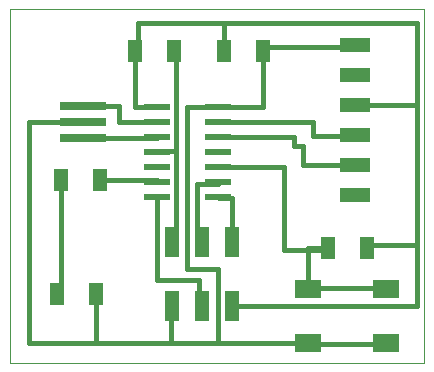
<source format=gtl>
G75*
%MOIN*%
%OFA0B0*%
%FSLAX25Y25*%
%IPPOS*%
%LPD*%
%AMOC8*
5,1,8,0,0,1.08239X$1,22.5*
%
%ADD10C,0.00000*%
%ADD11R,0.08700X0.02400*%
%ADD12R,0.10000X0.05000*%
%ADD13R,0.05000X0.10000*%
%ADD14R,0.15354X0.03150*%
%ADD15R,0.05000X0.07500*%
%ADD16R,0.09000X0.06000*%
%ADD17C,0.01000*%
%ADD18C,0.01600*%
D10*
X0001000Y0001000D02*
X0001000Y0119110D01*
X0138795Y0119110D01*
X0138795Y0001000D01*
X0001000Y0001000D01*
D11*
X0049884Y0056512D03*
X0049884Y0061512D03*
X0049884Y0066512D03*
X0049884Y0071512D03*
X0049884Y0076512D03*
X0049884Y0081512D03*
X0049884Y0086512D03*
X0070384Y0086512D03*
X0070384Y0081512D03*
X0070384Y0076512D03*
X0070384Y0071512D03*
X0070384Y0066512D03*
X0070384Y0061512D03*
X0070384Y0056512D03*
D12*
X0115882Y0056984D03*
X0115882Y0066984D03*
X0115882Y0076984D03*
X0115882Y0086984D03*
X0115882Y0096984D03*
X0115882Y0106984D03*
D13*
X0074858Y0041512D03*
X0064858Y0041512D03*
X0054858Y0041512D03*
X0054858Y0020016D03*
X0064858Y0020016D03*
X0074858Y0020016D03*
D14*
X0025134Y0075921D03*
X0025134Y0081236D03*
X0025134Y0086551D03*
D15*
X0042531Y0104937D03*
X0055531Y0104937D03*
X0072059Y0104937D03*
X0085059Y0104937D03*
X0031043Y0061984D03*
X0018043Y0061984D03*
X0016469Y0023992D03*
X0029469Y0023992D03*
X0106862Y0039543D03*
X0119862Y0039543D03*
D16*
X0126283Y0025748D03*
X0126283Y0007748D03*
X0100283Y0007748D03*
X0100283Y0025748D03*
D17*
X0070534Y0055912D02*
X0070384Y0056512D01*
X0070384Y0086512D02*
X0074134Y0086512D01*
X0085059Y0104937D02*
X0086734Y0106312D01*
X0016534Y0024412D02*
X0016469Y0023992D01*
D18*
X0016534Y0024412D02*
X0018043Y0024412D01*
X0018043Y0061984D01*
X0031043Y0061984D02*
X0049884Y0061984D01*
X0049884Y0061512D01*
X0049884Y0056512D02*
X0049884Y0028559D01*
X0049819Y0030921D01*
X0049884Y0028559D02*
X0063992Y0028559D01*
X0063992Y0020016D01*
X0064858Y0020016D01*
X0054858Y0020016D02*
X0054543Y0020016D01*
X0054543Y0007748D01*
X0070291Y0007748D01*
X0070291Y0032496D01*
X0059858Y0032496D01*
X0059858Y0086512D01*
X0070384Y0086512D01*
X0074134Y0086512D02*
X0085059Y0086512D01*
X0085059Y0104937D01*
X0086734Y0106312D02*
X0115882Y0106312D01*
X0115882Y0106984D01*
X0136433Y0114386D02*
X0072059Y0114386D01*
X0043520Y0114386D01*
X0043520Y0104937D01*
X0042531Y0104937D01*
X0042531Y0086512D01*
X0049884Y0086512D01*
X0049884Y0081512D02*
X0049884Y0081315D01*
X0037220Y0081315D01*
X0037220Y0086551D01*
X0025134Y0086551D01*
X0025134Y0081236D02*
X0007299Y0081236D01*
X0007299Y0007748D01*
X0029469Y0007748D01*
X0054543Y0007748D01*
X0070291Y0007748D02*
X0100283Y0007748D01*
X0100213Y0007299D02*
X0126984Y0007299D01*
X0136433Y0020016D02*
X0136433Y0040370D01*
X0136433Y0086984D01*
X0115882Y0086984D01*
X0115882Y0076984D02*
X0115882Y0076591D01*
X0101787Y0076591D01*
X0101787Y0081512D01*
X0070384Y0081512D01*
X0070384Y0076512D02*
X0095488Y0076512D01*
X0095488Y0073441D01*
X0098638Y0073441D01*
X0098638Y0067142D01*
X0115882Y0067142D01*
X0115882Y0066984D01*
X0092339Y0066512D02*
X0092339Y0038795D01*
X0106862Y0038795D01*
X0106862Y0039543D01*
X0100283Y0039543D01*
X0100283Y0025748D01*
X0100213Y0026197D02*
X0125409Y0026197D01*
X0136433Y0020016D02*
X0074858Y0020016D01*
X0074858Y0041512D02*
X0074858Y0055912D01*
X0070534Y0055912D01*
X0070384Y0060843D02*
X0070384Y0061512D01*
X0070384Y0060843D02*
X0063205Y0060843D01*
X0063205Y0041512D01*
X0064858Y0041512D01*
X0056118Y0041512D02*
X0056118Y0071866D01*
X0056118Y0104937D01*
X0055531Y0104937D01*
X0072059Y0104937D02*
X0072059Y0114386D01*
X0049884Y0076512D02*
X0049884Y0075921D01*
X0025134Y0075921D01*
X0049884Y0071866D02*
X0049884Y0071512D01*
X0049884Y0071866D02*
X0056118Y0071866D01*
X0070384Y0066512D02*
X0092339Y0066512D01*
X0119862Y0040370D02*
X0119862Y0039543D01*
X0119862Y0040370D02*
X0136433Y0040370D01*
X0136433Y0086984D02*
X0136433Y0114386D01*
X0056118Y0041512D02*
X0054858Y0041512D01*
X0029469Y0023992D02*
X0029469Y0007748D01*
M02*

</source>
